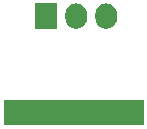
<source format=gbr>
G04 #@! TF.GenerationSoftware,KiCad,Pcbnew,5.1.1-8be2ce7~80~ubuntu18.04.1*
G04 #@! TF.CreationDate,2019-04-20T15:59:31+02:00*
G04 #@! TF.ProjectId,megazord,6d656761-7a6f-4726-942e-6b696361645f,rev?*
G04 #@! TF.SameCoordinates,Original*
G04 #@! TF.FileFunction,Soldermask,Top*
G04 #@! TF.FilePolarity,Negative*
%FSLAX46Y46*%
G04 Gerber Fmt 4.6, Leading zero omitted, Abs format (unit mm)*
G04 Created by KiCad (PCBNEW 5.1.1-8be2ce7~80~ubuntu18.04.1) date 2019-04-20 15:59:31*
%MOMM*%
%LPD*%
G04 APERTURE LIST*
%ADD10C,0.100000*%
G04 APERTURE END LIST*
D10*
G36*
X117101000Y-70151000D02*
G01*
X105299000Y-70151000D01*
X105299000Y-68049000D01*
X117101000Y-68049000D01*
X117101000Y-70151000D01*
X117101000Y-70151000D01*
G37*
G36*
X114103467Y-59845668D02*
G01*
X114119567Y-59847254D01*
X114292233Y-59899632D01*
X114451364Y-59984689D01*
X114590844Y-60099156D01*
X114705311Y-60238635D01*
X114790368Y-60397766D01*
X114842746Y-60570433D01*
X114856000Y-60705002D01*
X114856000Y-61094997D01*
X114844639Y-61210342D01*
X114842746Y-61229567D01*
X114825287Y-61287122D01*
X114790368Y-61402234D01*
X114705311Y-61561365D01*
X114590844Y-61700844D01*
X114451365Y-61815311D01*
X114292234Y-61900368D01*
X114119568Y-61952746D01*
X114103468Y-61954332D01*
X113940000Y-61970432D01*
X113776533Y-61954332D01*
X113760433Y-61952746D01*
X113587767Y-61900368D01*
X113428636Y-61815311D01*
X113289157Y-61700844D01*
X113174689Y-61561365D01*
X113089632Y-61402234D01*
X113037254Y-61229567D01*
X113024000Y-61094998D01*
X113024000Y-60705003D01*
X113037254Y-60570434D01*
X113037255Y-60570432D01*
X113089632Y-60397768D01*
X113089632Y-60397767D01*
X113174689Y-60238636D01*
X113289156Y-60099156D01*
X113428635Y-59984689D01*
X113587766Y-59899632D01*
X113760432Y-59847254D01*
X113776532Y-59845668D01*
X113940000Y-59829568D01*
X114103467Y-59845668D01*
X114103467Y-59845668D01*
G37*
G36*
X111563467Y-59845668D02*
G01*
X111579567Y-59847254D01*
X111752233Y-59899632D01*
X111911364Y-59984689D01*
X112050844Y-60099156D01*
X112165311Y-60238635D01*
X112250368Y-60397766D01*
X112302746Y-60570433D01*
X112316000Y-60705002D01*
X112316000Y-61094997D01*
X112304639Y-61210342D01*
X112302746Y-61229567D01*
X112285287Y-61287122D01*
X112250368Y-61402234D01*
X112165311Y-61561365D01*
X112050844Y-61700844D01*
X111911365Y-61815311D01*
X111752234Y-61900368D01*
X111579568Y-61952746D01*
X111563468Y-61954332D01*
X111400000Y-61970432D01*
X111236533Y-61954332D01*
X111220433Y-61952746D01*
X111047767Y-61900368D01*
X110888636Y-61815311D01*
X110749157Y-61700844D01*
X110634689Y-61561365D01*
X110549632Y-61402234D01*
X110497254Y-61229567D01*
X110484000Y-61094998D01*
X110484000Y-60705003D01*
X110497254Y-60570434D01*
X110497255Y-60570432D01*
X110549632Y-60397768D01*
X110549632Y-60397767D01*
X110634689Y-60238636D01*
X110749156Y-60099156D01*
X110888635Y-59984689D01*
X111047766Y-59899632D01*
X111220432Y-59847254D01*
X111236532Y-59845668D01*
X111400000Y-59829568D01*
X111563467Y-59845668D01*
X111563467Y-59845668D01*
G37*
G36*
X109776000Y-61966000D02*
G01*
X107944000Y-61966000D01*
X107944000Y-59834000D01*
X109776000Y-59834000D01*
X109776000Y-61966000D01*
X109776000Y-61966000D01*
G37*
M02*

</source>
